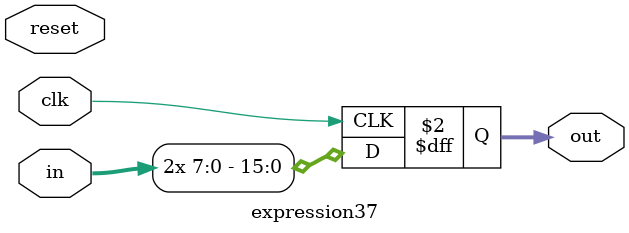
<source format=v>
module expression37
  #(parameter integer WIDTH = 8)
  (input wire               reset,
   input wire               clk,
   input wire [WIDTH-1:0]   in,
   output reg [2*WIDTH-1:0] out);

   always @(posedge clk) {out[2*WIDTH-1 -: WIDTH], out[0 +: WIDTH]} <= {2{in}};

endmodule

</source>
